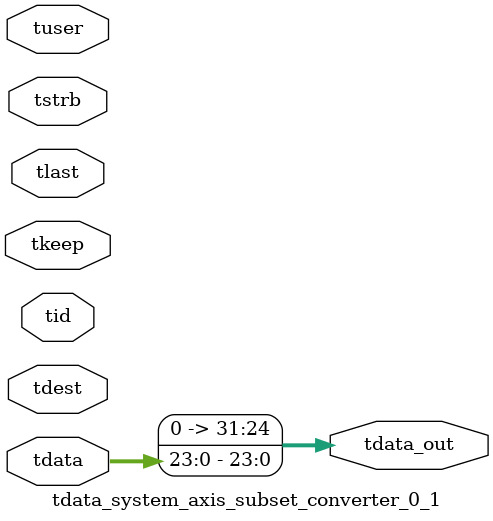
<source format=v>


`timescale 1ps/1ps

module tdata_system_axis_subset_converter_0_1 #
(
parameter C_S_AXIS_TDATA_WIDTH = 32,
parameter C_S_AXIS_TUSER_WIDTH = 0,
parameter C_S_AXIS_TID_WIDTH   = 0,
parameter C_S_AXIS_TDEST_WIDTH = 0,
parameter C_M_AXIS_TDATA_WIDTH = 32
)
(
input  [(C_S_AXIS_TDATA_WIDTH == 0 ? 1 : C_S_AXIS_TDATA_WIDTH)-1:0     ] tdata,
input  [(C_S_AXIS_TUSER_WIDTH == 0 ? 1 : C_S_AXIS_TUSER_WIDTH)-1:0     ] tuser,
input  [(C_S_AXIS_TID_WIDTH   == 0 ? 1 : C_S_AXIS_TID_WIDTH)-1:0       ] tid,
input  [(C_S_AXIS_TDEST_WIDTH == 0 ? 1 : C_S_AXIS_TDEST_WIDTH)-1:0     ] tdest,
input  [(C_S_AXIS_TDATA_WIDTH/8)-1:0 ] tkeep,
input  [(C_S_AXIS_TDATA_WIDTH/8)-1:0 ] tstrb,
input                                                                    tlast,
output [C_M_AXIS_TDATA_WIDTH-1:0] tdata_out
);

assign tdata_out = {tdata[23:0]};

endmodule


</source>
